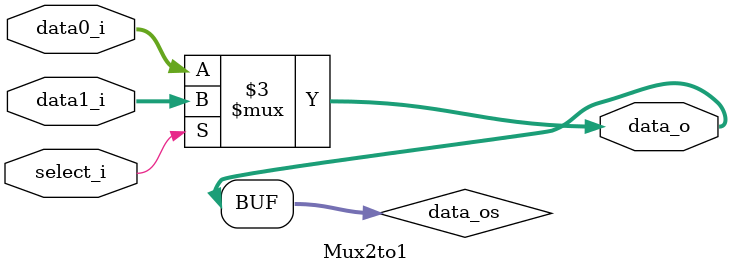
<source format=v>
module Mux2to1( data0_i, data1_i, select_i, data_o );

parameter size = 32;			   
			
//I/O ports               
input wire	[size-1:0] data0_i;          
input wire	[size-1:0] data1_i;
input wire	select_i;
output wire	[size-1:0] data_o; 
//Main function
/*your code here*/
reg     [size-1:0] data_os;
assign data_o = data_os;
always @ (data0_i or data1_i or select_i) begin
    if(select_i) data_os = data1_i;
	else data_os = data0_i;
end


endmodule   
    
</source>
